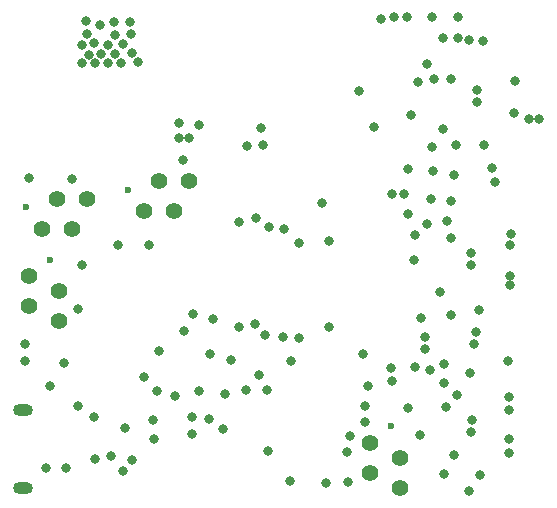
<source format=gbs>
G04*
G04 #@! TF.GenerationSoftware,Altium Limited,CircuitMaker,2.0.3 (2.0.3.51)*
G04*
G04 Layer_Color=8150272*
%FSLAX25Y25*%
%MOIN*%
G70*
G04*
G04 #@! TF.SameCoordinates,446545F6-0083-4834-B6FB-C9FCCE3C903D*
G04*
G04*
G04 #@! TF.FilePolarity,Negative*
G04*
G01*
G75*
%ADD40C,0.05512*%
%ADD41C,0.02362*%
%ADD42O,0.06693X0.03937*%
%ADD43C,0.03150*%
D40*
X8268Y78504D02*
D03*
X18268Y63504D02*
D03*
X8268Y68504D02*
D03*
X18268Y73504D02*
D03*
X17598Y104488D02*
D03*
X22598Y94488D02*
D03*
X27598Y104488D02*
D03*
X12598Y94488D02*
D03*
X51575Y110236D02*
D03*
X56575Y100236D02*
D03*
X61575Y110236D02*
D03*
X46575Y100236D02*
D03*
X131890Y18110D02*
D03*
X121890Y13110D02*
D03*
X131890Y8110D02*
D03*
X121890Y23110D02*
D03*
D41*
X15354Y84016D02*
D03*
X7087Y101575D02*
D03*
X41063Y107323D02*
D03*
X128976Y28622D02*
D03*
D42*
X6299Y7874D02*
D03*
Y33858D02*
D03*
D43*
X62992Y66142D02*
D03*
X48031Y88976D02*
D03*
X59842Y60236D02*
D03*
X37795Y88976D02*
D03*
X44488Y150000D02*
D03*
X41732Y163386D02*
D03*
X36614D02*
D03*
X27165Y163779D02*
D03*
X150394Y122441D02*
D03*
X163588Y109875D02*
D03*
X174803Y131102D02*
D03*
X148819Y65748D02*
D03*
X154724Y7087D02*
D03*
X120079Y29921D02*
D03*
X115354Y25197D02*
D03*
X114173Y20079D02*
D03*
X49606Y30709D02*
D03*
X56693Y38583D02*
D03*
X87795Y20472D02*
D03*
X50000Y24409D02*
D03*
X62598Y25984D02*
D03*
X141002Y149421D02*
D03*
X143307Y144488D02*
D03*
X148819Y144488D02*
D03*
X98032Y89764D02*
D03*
X83465Y62750D02*
D03*
X87008Y59055D02*
D03*
X78347Y61811D02*
D03*
X92913Y58268D02*
D03*
X98228Y58071D02*
D03*
X83858Y98031D02*
D03*
X51575Y53543D02*
D03*
X93307Y94488D02*
D03*
X129134Y43701D02*
D03*
X50787Y40157D02*
D03*
X64961D02*
D03*
X72835Y27559D02*
D03*
X121260Y42126D02*
D03*
X95669Y50394D02*
D03*
X148819Y91338D02*
D03*
X155511Y86220D02*
D03*
X123228Y128347D02*
D03*
X135433Y132283D02*
D03*
X137795Y143307D02*
D03*
X118110Y140157D02*
D03*
X136987Y92224D02*
D03*
X140921Y95982D02*
D03*
X6693Y55905D02*
D03*
X87402Y40551D02*
D03*
X80561Y40699D02*
D03*
X86221Y122441D02*
D03*
X114655Y10148D02*
D03*
X107087Y9665D02*
D03*
X125591Y164173D02*
D03*
X129921Y164961D02*
D03*
X31890Y162205D02*
D03*
X151181Y164961D02*
D03*
X142520D02*
D03*
X134252D02*
D03*
X69685Y64173D02*
D03*
X59646Y117323D02*
D03*
X80708Y122047D02*
D03*
X85384Y127953D02*
D03*
X30315Y17717D02*
D03*
X20017Y49545D02*
D03*
X84949Y45669D02*
D03*
X75590Y50787D02*
D03*
X73622Y39370D02*
D03*
X40157Y27953D02*
D03*
X78347Y96653D02*
D03*
X108268Y61811D02*
D03*
X95276Y10236D02*
D03*
X68504Y52756D02*
D03*
X46654Y45079D02*
D03*
X39370Y13780D02*
D03*
X20472Y14665D02*
D03*
X13780Y14567D02*
D03*
X136516Y83957D02*
D03*
X141732Y47244D02*
D03*
X146457Y49213D02*
D03*
X147244Y35039D02*
D03*
X133071Y105905D02*
D03*
X150000Y18898D02*
D03*
X145276Y73228D02*
D03*
X108346Y90315D02*
D03*
X129134Y105905D02*
D03*
X134646Y99213D02*
D03*
X146063Y127559D02*
D03*
X155315Y46260D02*
D03*
X170079Y143701D02*
D03*
X169986Y132877D02*
D03*
X178347Y131102D02*
D03*
X162430Y114628D02*
D03*
X142126Y104331D02*
D03*
X168504Y78740D02*
D03*
Y75590D02*
D03*
Y88976D02*
D03*
X168898Y92520D02*
D03*
X167717Y50394D02*
D03*
X168110Y38189D02*
D03*
Y33858D02*
D03*
X168189Y24478D02*
D03*
X168110Y19685D02*
D03*
X136774Y48249D02*
D03*
X128740Y48031D02*
D03*
X138583Y25591D02*
D03*
X8268Y111417D02*
D03*
X25984Y82284D02*
D03*
X42520Y17323D02*
D03*
X29921Y31496D02*
D03*
X15354Y42126D02*
D03*
X146063Y157874D02*
D03*
X151181D02*
D03*
X154724Y157480D02*
D03*
X159449Y157087D02*
D03*
X158661Y12205D02*
D03*
X159842Y122441D02*
D03*
X64961Y129134D02*
D03*
X58268Y124803D02*
D03*
Y129528D02*
D03*
X61417Y124803D02*
D03*
X27559Y159449D02*
D03*
X37008Y159055D02*
D03*
X42126Y159449D02*
D03*
X29921Y156299D02*
D03*
X42520Y153150D02*
D03*
X25984Y149606D02*
D03*
X148819Y103543D02*
D03*
X147637Y96850D02*
D03*
X158268Y67323D02*
D03*
X38976Y149606D02*
D03*
X30315D02*
D03*
X34646D02*
D03*
X39370Y155905D02*
D03*
X37008Y152756D02*
D03*
X32283D02*
D03*
X34646Y155512D02*
D03*
X25984D02*
D03*
X28346Y152362D02*
D03*
X157480Y136614D02*
D03*
X157480Y140551D02*
D03*
X105905Y103150D02*
D03*
X142520Y121653D02*
D03*
X150000Y112205D02*
D03*
X142913Y113779D02*
D03*
X134646Y114173D02*
D03*
X138976Y64567D02*
D03*
X119685Y52756D02*
D03*
X155512Y82284D02*
D03*
X146446Y42910D02*
D03*
X150787Y38976D02*
D03*
X134646Y34646D02*
D03*
X140157Y54331D02*
D03*
Y58268D02*
D03*
X156496Y55905D02*
D03*
X157087Y59842D02*
D03*
X155709Y30709D02*
D03*
X155511Y26772D02*
D03*
X146457Y12598D02*
D03*
X120079Y35433D02*
D03*
X88189Y94882D02*
D03*
X24532Y35433D02*
D03*
X24409Y67716D02*
D03*
X22441Y111024D02*
D03*
X68110Y31102D02*
D03*
X62598Y31496D02*
D03*
X35433Y18504D02*
D03*
X6693Y50394D02*
D03*
M02*

</source>
